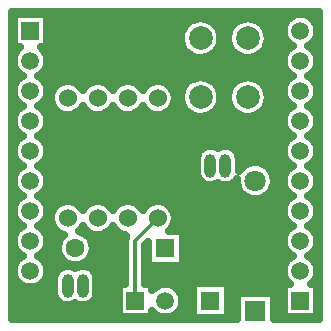
<source format=gbr>
G04 DipTrace 2.4.0.2*
%INBottom.gbr*%
%MOIN*%
%ADD13C,0.013*%
%ADD14C,0.025*%
%ADD15R,0.0591X0.0591*%
%ADD16C,0.0591*%
%ADD17C,0.063*%
%ADD18R,0.063X0.063*%
%ADD19R,0.0709X0.0709*%
%ADD20C,0.0709*%
%ADD22C,0.079*%
%ADD23O,0.0394X0.0787*%
%ADD24C,0.06*%
%ADD25C,0.06*%
%FSLAX44Y44*%
G04*
G70*
G90*
G75*
G01*
%LNBottom*%
%LPD*%
X8440Y4940D2*
D13*
Y6940D1*
X9190Y7690D1*
X10940Y7940D2*
Y6440D1*
X10190Y5690D1*
Y4440D1*
X10065Y4315D1*
X7815D1*
X7190Y4940D1*
Y5440D1*
X5526Y14316D2*
D14*
X10394D1*
X10830D2*
X11956D1*
X12424D2*
X13499D1*
X14381D2*
X14540D1*
X5526Y14068D2*
X10050D1*
X11174D2*
X11624D1*
X12756D2*
X13370D1*
X5526Y13819D2*
X9940D1*
X11283D2*
X11519D1*
X12861D2*
X13366D1*
X5526Y13570D2*
X9936D1*
X11287D2*
X11515D1*
X12865D2*
X13495D1*
X14385D2*
X14540D1*
X4340Y13322D2*
X4507D1*
X5373D2*
X10038D1*
X11190D2*
X11616D1*
X12764D2*
X13507D1*
X14373D2*
X14540D1*
X5510Y13073D2*
X10343D1*
X10881D2*
X11933D1*
X12447D2*
X13370D1*
X5514Y12824D2*
X13366D1*
X4340Y12575D2*
X4491D1*
X5389D2*
X13491D1*
X14389D2*
X14540D1*
X4340Y12327D2*
X4511D1*
X5369D2*
X10327D1*
X10904D2*
X11901D1*
X12479D2*
X13511D1*
X14369D2*
X14540D1*
X5506Y12078D2*
X5753D1*
X6627D2*
X6753D1*
X7627D2*
X7753D1*
X8627D2*
X8753D1*
X9627D2*
X10034D1*
X11194D2*
X11608D1*
X12772D2*
X13374D1*
X5514Y11829D2*
X5618D1*
X9764D2*
X9940D1*
X11291D2*
X11515D1*
X12865D2*
X13366D1*
X4340Y11581D2*
X4483D1*
X5397D2*
X5612D1*
X9768D2*
X9944D1*
X11283D2*
X11519D1*
X12861D2*
X13483D1*
X14397D2*
X14540D1*
X4340Y11332D2*
X4515D1*
X5365D2*
X5729D1*
X6651D2*
X6728D1*
X7651D2*
X7728D1*
X8651D2*
X8728D1*
X9651D2*
X10058D1*
X11174D2*
X11632D1*
X12748D2*
X13515D1*
X14365D2*
X14540D1*
X5506Y11083D2*
X10421D1*
X10807D2*
X11995D1*
X12385D2*
X13374D1*
X5514Y10835D2*
X13366D1*
X4340Y10586D2*
X4479D1*
X5401D2*
X13479D1*
X14401D2*
X14540D1*
X4340Y10337D2*
X4519D1*
X5361D2*
X13519D1*
X14361D2*
X14540D1*
X5506Y10089D2*
X10819D1*
X11059D2*
X11319D1*
X11559D2*
X13374D1*
X5518Y9840D2*
X10499D1*
X11881D2*
X13362D1*
X4340Y9591D2*
X4476D1*
X5404D2*
X10452D1*
X11928D2*
X13476D1*
X14404D2*
X14540D1*
X4340Y9343D2*
X4526D1*
X5354D2*
X10452D1*
X12936D2*
X13526D1*
X14354D2*
X14540D1*
X5502Y9094D2*
X10479D1*
X13065D2*
X13378D1*
X5518Y8845D2*
X10683D1*
X11697D2*
X11804D1*
X13076D2*
X13362D1*
X4340Y8596D2*
X4472D1*
X5408D2*
X11901D1*
X12979D2*
X13472D1*
X14408D2*
X14540D1*
X4340Y8348D2*
X4530D1*
X5350D2*
X12233D1*
X12647D2*
X13530D1*
X14350D2*
X14540D1*
X5502Y8099D2*
X5776D1*
X6604D2*
X6779D1*
X7604D2*
X7779D1*
X8604D2*
X8779D1*
X9604D2*
X13378D1*
X5518Y7850D2*
X5625D1*
X9756D2*
X13362D1*
X4340Y7602D2*
X4468D1*
X5412D2*
X5608D1*
X9772D2*
X13468D1*
X14412D2*
X14540D1*
X4340Y7353D2*
X4538D1*
X5342D2*
X5710D1*
X9670D2*
X13538D1*
X14342D2*
X14540D1*
X5502Y7104D2*
X6011D1*
X6869D2*
X8128D1*
X10045D2*
X13378D1*
X5518Y6856D2*
X5858D1*
X7022D2*
X8085D1*
X10045D2*
X13362D1*
X4340Y6607D2*
X4464D1*
X5416D2*
X5843D1*
X7037D2*
X8085D1*
X10045D2*
X13464D1*
X14416D2*
X14540D1*
X4340Y6358D2*
X4542D1*
X5338D2*
X5940D1*
X6940D2*
X8085D1*
X10045D2*
X13542D1*
X14338D2*
X14540D1*
X5498Y6110D2*
X8085D1*
X8795D2*
X13382D1*
X5518Y5861D2*
X5761D1*
X7119D2*
X8085D1*
X8795D2*
X13362D1*
X4340Y5612D2*
X4460D1*
X5420D2*
X5702D1*
X7178D2*
X8085D1*
X8795D2*
X13460D1*
X14420D2*
X14540D1*
X4340Y5364D2*
X5702D1*
X7178D2*
X7854D1*
X9830D2*
X10335D1*
X11545D2*
X13354D1*
X4340Y5115D2*
X5722D1*
X7158D2*
X7854D1*
X9998D2*
X10335D1*
X11545D2*
X11796D1*
X13084D2*
X13354D1*
X4340Y4866D2*
X5897D1*
X6983D2*
X7854D1*
X10022D2*
X10335D1*
X11545D2*
X11796D1*
X13084D2*
X13354D1*
X4340Y4617D2*
X7854D1*
X9924D2*
X10335D1*
X11545D2*
X11796D1*
X13084D2*
X13354D1*
X4340Y4369D2*
X10335D1*
X11545D2*
X11796D1*
X13084D2*
X14540D1*
X8005Y5500D2*
X8110D1*
Y6940D1*
X8136Y7065D1*
X8126Y7040D1*
X8078Y7136D1*
X7959Y7174D1*
X7852Y7237D1*
X7761Y7323D1*
X7689Y7429D1*
X7635Y7342D1*
X7548Y7253D1*
X7443Y7185D1*
X7326Y7142D1*
X7202Y7125D1*
X7078Y7136D1*
X6959Y7174D1*
X6852Y7237D1*
X6761Y7323D1*
X6689Y7429D1*
X6635Y7342D1*
X6556Y7261D1*
X6698Y7210D1*
X6803Y7142D1*
X6891Y7054D1*
X6959Y6949D1*
X7002Y6833D1*
X7020Y6690D1*
X7007Y6566D1*
X6967Y6448D1*
X6903Y6341D1*
X6817Y6250D1*
X6715Y6179D1*
X6599Y6132D1*
X6476Y6111D1*
X6351Y6117D1*
X6231Y6149D1*
X6120Y6206D1*
X6024Y6286D1*
X5947Y6384D1*
X5893Y6497D1*
X5865Y6618D1*
X5862Y6743D1*
X5887Y6865D1*
X5937Y6979D1*
X6011Y7080D1*
X6072Y7134D1*
X5959Y7174D1*
X5852Y7237D1*
X5761Y7323D1*
X5691Y7426D1*
X5645Y7542D1*
X5626Y7665D1*
X5634Y7789D1*
X5669Y7909D1*
X5730Y8018D1*
X5813Y8111D1*
X5915Y8183D1*
X6030Y8232D1*
X6153Y8254D1*
X6277Y8248D1*
X6398Y8216D1*
X6508Y8157D1*
X6603Y8076D1*
X6688Y7951D1*
X6730Y8018D1*
X6813Y8111D1*
X6915Y8183D1*
X7030Y8232D1*
X7153Y8254D1*
X7277Y8248D1*
X7398Y8216D1*
X7508Y8157D1*
X7603Y8076D1*
X7688Y7951D1*
X7730Y8018D1*
X7813Y8111D1*
X7915Y8183D1*
X8030Y8232D1*
X8153Y8254D1*
X8277Y8248D1*
X8398Y8216D1*
X8508Y8157D1*
X8603Y8076D1*
X8688Y7951D1*
X8730Y8018D1*
X8813Y8111D1*
X8915Y8183D1*
X9030Y8232D1*
X9153Y8254D1*
X9277Y8248D1*
X9398Y8216D1*
X9508Y8157D1*
X9603Y8076D1*
X9677Y7976D1*
X9728Y7862D1*
X9755Y7690D1*
X9741Y7566D1*
X9701Y7448D1*
X9635Y7342D1*
X9567Y7272D1*
X10020Y7270D1*
Y6110D1*
X8860D1*
Y6895D1*
X8769Y6802D1*
X8770Y5499D1*
X9000Y5500D1*
Y5285D1*
X9081Y5370D1*
X9185Y5439D1*
X9301Y5483D1*
X9425Y5500D1*
X9549Y5490D1*
X9668Y5452D1*
X9776Y5389D1*
X9867Y5303D1*
X9936Y5200D1*
X9982Y5084D1*
X10000Y4940D1*
X9986Y4816D1*
X9945Y4698D1*
X9879Y4592D1*
X9792Y4504D1*
X9686Y4437D1*
X9569Y4395D1*
X9445Y4380D1*
X9321Y4393D1*
X9203Y4432D1*
X9096Y4497D1*
X9001Y4594D1*
X9000Y4380D1*
X7880D1*
Y5500D1*
X8005D1*
X10485Y5520D2*
X11520D1*
Y4360D1*
X10360D1*
Y5520D1*
X10485D1*
X11946Y5209D2*
X13059D1*
X13065Y4315D1*
X14565D1*
Y14565D1*
X4315D1*
Y4315D1*
X11819D1*
X11821Y5209D1*
X11946D1*
X13047Y8816D2*
X13010Y8697D1*
X12949Y8587D1*
X12868Y8493D1*
X12770Y8416D1*
X12658Y8360D1*
X12537Y8328D1*
X12413Y8321D1*
X12289Y8339D1*
X12172Y8382D1*
X12066Y8447D1*
X11974Y8532D1*
X11902Y8633D1*
X11851Y8748D1*
X11825Y8869D1*
X11823Y8983D1*
X11758Y8908D1*
X11657Y8835D1*
X11540Y8792D1*
X11415Y8782D1*
X11293Y8805D1*
X11192Y8855D1*
X11040Y8792D1*
X10915Y8782D1*
X10793Y8805D1*
X10681Y8861D1*
X10588Y8944D1*
X10521Y9048D1*
X10484Y9168D1*
X10478Y9243D1*
X10481Y9686D1*
X10511Y9807D1*
X10572Y9915D1*
X10660Y10004D1*
X10768Y10065D1*
X10889Y10096D1*
X11013Y10093D1*
X11133Y10057D1*
X11188Y10021D1*
X11268Y10065D1*
X11389Y10096D1*
X11513Y10093D1*
X11633Y10057D1*
X11738Y9990D1*
X11821Y9897D1*
X11877Y9786D1*
X11902Y9637D1*
Y9246D1*
X11964Y9336D1*
X12053Y9423D1*
X12157Y9491D1*
X12274Y9537D1*
X12397Y9558D1*
X12521Y9554D1*
X12643Y9525D1*
X12756Y9473D1*
X12856Y9399D1*
X12940Y9306D1*
X13003Y9198D1*
X13043Y9080D1*
X13059Y8940D1*
X13047Y8816D1*
X12838Y13566D2*
X12803Y13446D1*
X12746Y13335D1*
X12669Y13236D1*
X12576Y13154D1*
X12468Y13091D1*
X12350Y13050D1*
X12227Y13031D1*
X12102Y13036D1*
X11980Y13064D1*
X11866Y13115D1*
X11764Y13186D1*
X11677Y13275D1*
X11608Y13379D1*
X11560Y13495D1*
X11534Y13617D1*
X11532Y13741D1*
X11553Y13864D1*
X11598Y13981D1*
X11663Y14087D1*
X11747Y14180D1*
X11847Y14254D1*
X11960Y14309D1*
X12080Y14341D1*
X12205Y14350D1*
X12329Y14335D1*
X12448Y14298D1*
X12558Y14238D1*
X12654Y14159D1*
X12734Y14063D1*
X12795Y13954D1*
X12834Y13836D1*
X12850Y13690D1*
X12838Y13566D1*
Y11597D2*
X12803Y11477D1*
X12746Y11366D1*
X12669Y11268D1*
X12576Y11186D1*
X12468Y11123D1*
X12350Y11081D1*
X12227Y11063D1*
X12102Y11067D1*
X11980Y11096D1*
X11866Y11146D1*
X11764Y11218D1*
X11677Y11307D1*
X11608Y11411D1*
X11560Y11526D1*
X11534Y11648D1*
X11532Y11773D1*
X11553Y11896D1*
X11598Y12013D1*
X11663Y12119D1*
X11747Y12211D1*
X11847Y12286D1*
X11960Y12340D1*
X12080Y12372D1*
X12205Y12381D1*
X12329Y12367D1*
X12448Y12329D1*
X12558Y12270D1*
X12654Y12191D1*
X12734Y12095D1*
X12795Y11986D1*
X12834Y11867D1*
X12850Y11721D1*
X12838Y11597D1*
X11263D2*
X11228Y11477D1*
X11171Y11366D1*
X11095Y11268D1*
X11001Y11186D1*
X10893Y11123D1*
X10775Y11081D1*
X10652Y11063D1*
X10527Y11067D1*
X10406Y11096D1*
X10292Y11146D1*
X10189Y11218D1*
X10102Y11307D1*
X10033Y11411D1*
X9985Y11526D1*
X9959Y11648D1*
X9957Y11773D1*
X9979Y11896D1*
X10023Y12013D1*
X10088Y12119D1*
X10173Y12211D1*
X10273Y12286D1*
X10385Y12340D1*
X10506Y12372D1*
X10630Y12381D1*
X10754Y12367D1*
X10873Y12329D1*
X10983Y12270D1*
X11079Y12191D1*
X11159Y12095D1*
X11220Y11986D1*
X11259Y11867D1*
X11275Y11721D1*
X11263Y11597D1*
X11261Y13561D2*
X11226Y13442D1*
X11169Y13331D1*
X11092Y13232D1*
X10998Y13150D1*
X10890Y13087D1*
X10773Y13045D1*
X10649Y13027D1*
X10525Y13032D1*
X10403Y13060D1*
X10289Y13111D1*
X10186Y13182D1*
X10099Y13271D1*
X10030Y13375D1*
X9982Y13490D1*
X9957Y13612D1*
X9955Y13737D1*
X9976Y13860D1*
X10020Y13977D1*
X10086Y14083D1*
X10170Y14175D1*
X10270Y14250D1*
X10382Y14304D1*
X10503Y14337D1*
X10627Y14346D1*
X10751Y14331D1*
X10870Y14293D1*
X10980Y14234D1*
X11077Y14155D1*
X11157Y14059D1*
X11217Y13950D1*
X11256Y13831D1*
X11273Y13686D1*
X11261Y13561D1*
X9741Y11566D2*
X9701Y11448D1*
X9635Y11342D1*
X9548Y11253D1*
X9443Y11185D1*
X9326Y11142D1*
X9202Y11125D1*
X9078Y11136D1*
X8959Y11174D1*
X8852Y11237D1*
X8761Y11323D1*
X8689Y11429D1*
X8635Y11342D1*
X8548Y11253D1*
X8443Y11185D1*
X8326Y11142D1*
X8202Y11125D1*
X8078Y11136D1*
X7959Y11174D1*
X7852Y11237D1*
X7761Y11323D1*
X7689Y11429D1*
X7635Y11342D1*
X7548Y11253D1*
X7443Y11185D1*
X7326Y11142D1*
X7202Y11125D1*
X7078Y11136D1*
X6959Y11174D1*
X6852Y11237D1*
X6761Y11323D1*
X6689Y11429D1*
X6635Y11342D1*
X6548Y11253D1*
X6443Y11185D1*
X6326Y11142D1*
X6202Y11125D1*
X6078Y11136D1*
X5959Y11174D1*
X5852Y11237D1*
X5761Y11323D1*
X5691Y11426D1*
X5645Y11542D1*
X5626Y11665D1*
X5634Y11789D1*
X5669Y11909D1*
X5730Y12018D1*
X5813Y12111D1*
X5915Y12183D1*
X6030Y12232D1*
X6153Y12254D1*
X6277Y12248D1*
X6398Y12216D1*
X6508Y12157D1*
X6603Y12076D1*
X6688Y11951D1*
X6730Y12018D1*
X6813Y12111D1*
X6915Y12183D1*
X7030Y12232D1*
X7153Y12254D1*
X7277Y12248D1*
X7398Y12216D1*
X7508Y12157D1*
X7603Y12076D1*
X7688Y11951D1*
X7730Y12018D1*
X7813Y12111D1*
X7915Y12183D1*
X8030Y12232D1*
X8153Y12254D1*
X8277Y12248D1*
X8398Y12216D1*
X8508Y12157D1*
X8603Y12076D1*
X8688Y11951D1*
X8730Y12018D1*
X8813Y12111D1*
X8915Y12183D1*
X9030Y12232D1*
X9153Y12254D1*
X9277Y12248D1*
X9398Y12216D1*
X9508Y12157D1*
X9603Y12076D1*
X9677Y11976D1*
X9728Y11862D1*
X9755Y11690D1*
X9741Y11566D1*
X6440Y6021D2*
X6518Y6065D1*
X6639Y6096D1*
X6763Y6093D1*
X6883Y6057D1*
X6988Y5990D1*
X7071Y5897D1*
X7127Y5786D1*
X7152Y5637D1*
X7148Y5243D1*
X7135Y5120D1*
X7086Y5005D1*
X7008Y4908D1*
X6907Y4835D1*
X6790Y4792D1*
X6665Y4782D1*
X6543Y4805D1*
X6442Y4855D1*
X6290Y4792D1*
X6165Y4782D1*
X6043Y4805D1*
X5931Y4861D1*
X5838Y4944D1*
X5771Y5048D1*
X5734Y5168D1*
X5728Y5243D1*
X5731Y5686D1*
X5761Y5807D1*
X5822Y5915D1*
X5910Y6004D1*
X6018Y6065D1*
X6139Y6096D1*
X6263Y6093D1*
X6383Y6057D1*
X6438Y6021D1*
X4505Y14500D2*
X5500D1*
Y13380D1*
X5285D1*
X5367Y13303D1*
X5436Y13200D1*
X5482Y13084D1*
X5500Y12940D1*
X5486Y12816D1*
X5445Y12698D1*
X5379Y12592D1*
X5292Y12504D1*
X5190Y12439D1*
X5276Y12389D1*
X5367Y12303D1*
X5436Y12200D1*
X5482Y12084D1*
X5500Y11940D1*
X5486Y11816D1*
X5445Y11698D1*
X5379Y11592D1*
X5292Y11504D1*
X5190Y11439D1*
X5276Y11389D1*
X5367Y11303D1*
X5436Y11200D1*
X5482Y11084D1*
X5500Y10940D1*
X5486Y10816D1*
X5445Y10698D1*
X5379Y10592D1*
X5292Y10504D1*
X5190Y10439D1*
X5276Y10389D1*
X5367Y10303D1*
X5436Y10200D1*
X5482Y10084D1*
X5500Y9940D1*
X5486Y9816D1*
X5445Y9698D1*
X5379Y9592D1*
X5292Y9504D1*
X5190Y9439D1*
X5276Y9389D1*
X5367Y9303D1*
X5436Y9200D1*
X5482Y9084D1*
X5500Y8940D1*
X5486Y8816D1*
X5445Y8698D1*
X5379Y8592D1*
X5292Y8504D1*
X5190Y8439D1*
X5276Y8389D1*
X5367Y8303D1*
X5436Y8200D1*
X5482Y8084D1*
X5500Y7940D1*
X5486Y7816D1*
X5445Y7698D1*
X5379Y7592D1*
X5292Y7504D1*
X5190Y7439D1*
X5276Y7389D1*
X5367Y7303D1*
X5436Y7200D1*
X5482Y7084D1*
X5500Y6940D1*
X5486Y6816D1*
X5445Y6698D1*
X5379Y6592D1*
X5292Y6504D1*
X5190Y6439D1*
X5276Y6389D1*
X5367Y6303D1*
X5436Y6200D1*
X5482Y6084D1*
X5500Y5940D1*
X5486Y5816D1*
X5445Y5698D1*
X5379Y5592D1*
X5292Y5504D1*
X5186Y5437D1*
X5069Y5395D1*
X4945Y5380D1*
X4821Y5393D1*
X4703Y5432D1*
X4596Y5497D1*
X4507Y5584D1*
X4439Y5689D1*
X4396Y5806D1*
X4380Y5930D1*
X4391Y6054D1*
X4430Y6173D1*
X4494Y6280D1*
X4581Y6370D1*
X4688Y6440D1*
X4596Y6497D1*
X4507Y6584D1*
X4439Y6689D1*
X4396Y6806D1*
X4380Y6930D1*
X4391Y7054D1*
X4430Y7173D1*
X4494Y7280D1*
X4581Y7370D1*
X4688Y7440D1*
X4596Y7497D1*
X4507Y7584D1*
X4439Y7689D1*
X4396Y7806D1*
X4380Y7930D1*
X4391Y8054D1*
X4430Y8173D1*
X4494Y8280D1*
X4581Y8370D1*
X4688Y8440D1*
X4596Y8497D1*
X4507Y8584D1*
X4439Y8689D1*
X4396Y8806D1*
X4380Y8930D1*
X4391Y9054D1*
X4430Y9173D1*
X4494Y9280D1*
X4581Y9370D1*
X4688Y9440D1*
X4596Y9497D1*
X4507Y9584D1*
X4439Y9689D1*
X4396Y9806D1*
X4380Y9930D1*
X4391Y10054D1*
X4430Y10173D1*
X4494Y10280D1*
X4581Y10370D1*
X4688Y10440D1*
X4596Y10497D1*
X4507Y10584D1*
X4439Y10689D1*
X4396Y10806D1*
X4380Y10930D1*
X4391Y11054D1*
X4430Y11173D1*
X4494Y11280D1*
X4581Y11370D1*
X4688Y11440D1*
X4596Y11497D1*
X4507Y11584D1*
X4439Y11689D1*
X4396Y11806D1*
X4380Y11930D1*
X4391Y12054D1*
X4430Y12173D1*
X4494Y12280D1*
X4581Y12370D1*
X4688Y12440D1*
X4596Y12497D1*
X4507Y12584D1*
X4439Y12689D1*
X4396Y12806D1*
X4380Y12930D1*
X4391Y13054D1*
X4430Y13173D1*
X4494Y13280D1*
X4597Y13381D1*
X4380Y13380D1*
Y14500D1*
X4505D1*
X13505Y5500D2*
X13595D1*
X13507Y5584D1*
X13439Y5689D1*
X13396Y5806D1*
X13380Y5930D1*
X13391Y6054D1*
X13430Y6173D1*
X13494Y6280D1*
X13581Y6370D1*
X13688Y6440D1*
X13596Y6497D1*
X13507Y6584D1*
X13439Y6689D1*
X13396Y6806D1*
X13380Y6930D1*
X13391Y7054D1*
X13430Y7173D1*
X13494Y7280D1*
X13581Y7370D1*
X13688Y7440D1*
X13596Y7497D1*
X13507Y7584D1*
X13439Y7689D1*
X13396Y7806D1*
X13380Y7930D1*
X13391Y8054D1*
X13430Y8173D1*
X13494Y8280D1*
X13581Y8370D1*
X13688Y8440D1*
X13596Y8497D1*
X13507Y8584D1*
X13439Y8689D1*
X13396Y8806D1*
X13380Y8930D1*
X13391Y9054D1*
X13430Y9173D1*
X13494Y9280D1*
X13581Y9370D1*
X13688Y9440D1*
X13596Y9497D1*
X13507Y9584D1*
X13439Y9689D1*
X13396Y9806D1*
X13380Y9930D1*
X13391Y10054D1*
X13430Y10173D1*
X13494Y10280D1*
X13581Y10370D1*
X13688Y10440D1*
X13596Y10497D1*
X13507Y10584D1*
X13439Y10689D1*
X13396Y10806D1*
X13380Y10930D1*
X13391Y11054D1*
X13430Y11173D1*
X13494Y11280D1*
X13581Y11370D1*
X13688Y11440D1*
X13596Y11497D1*
X13507Y11584D1*
X13439Y11689D1*
X13396Y11806D1*
X13380Y11930D1*
X13391Y12054D1*
X13430Y12173D1*
X13494Y12280D1*
X13581Y12370D1*
X13688Y12440D1*
X13596Y12497D1*
X13507Y12584D1*
X13439Y12689D1*
X13396Y12806D1*
X13380Y12930D1*
X13391Y13054D1*
X13430Y13173D1*
X13494Y13280D1*
X13581Y13370D1*
X13688Y13440D1*
X13596Y13497D1*
X13507Y13584D1*
X13439Y13689D1*
X13396Y13806D1*
X13380Y13930D1*
X13391Y14054D1*
X13430Y14173D1*
X13494Y14280D1*
X13581Y14370D1*
X13685Y14439D1*
X13801Y14483D1*
X13925Y14500D1*
X14049Y14490D1*
X14168Y14452D1*
X14276Y14389D1*
X14367Y14303D1*
X14436Y14200D1*
X14482Y14084D1*
X14500Y13940D1*
X14486Y13816D1*
X14445Y13698D1*
X14379Y13592D1*
X14292Y13504D1*
X14190Y13439D1*
X14276Y13389D1*
X14367Y13303D1*
X14436Y13200D1*
X14482Y13084D1*
X14500Y12940D1*
X14486Y12816D1*
X14445Y12698D1*
X14379Y12592D1*
X14292Y12504D1*
X14190Y12439D1*
X14276Y12389D1*
X14367Y12303D1*
X14436Y12200D1*
X14482Y12084D1*
X14500Y11940D1*
X14486Y11816D1*
X14445Y11698D1*
X14379Y11592D1*
X14292Y11504D1*
X14190Y11439D1*
X14276Y11389D1*
X14367Y11303D1*
X14436Y11200D1*
X14482Y11084D1*
X14500Y10940D1*
X14486Y10816D1*
X14445Y10698D1*
X14379Y10592D1*
X14292Y10504D1*
X14190Y10439D1*
X14276Y10389D1*
X14367Y10303D1*
X14436Y10200D1*
X14482Y10084D1*
X14500Y9940D1*
X14486Y9816D1*
X14445Y9698D1*
X14379Y9592D1*
X14292Y9504D1*
X14190Y9439D1*
X14276Y9389D1*
X14367Y9303D1*
X14436Y9200D1*
X14482Y9084D1*
X14500Y8940D1*
X14486Y8816D1*
X14445Y8698D1*
X14379Y8592D1*
X14292Y8504D1*
X14190Y8439D1*
X14276Y8389D1*
X14367Y8303D1*
X14436Y8200D1*
X14482Y8084D1*
X14500Y7940D1*
X14486Y7816D1*
X14445Y7698D1*
X14379Y7592D1*
X14292Y7504D1*
X14190Y7439D1*
X14276Y7389D1*
X14367Y7303D1*
X14436Y7200D1*
X14482Y7084D1*
X14500Y6940D1*
X14486Y6816D1*
X14445Y6698D1*
X14379Y6592D1*
X14292Y6504D1*
X14190Y6439D1*
X14276Y6389D1*
X14367Y6303D1*
X14436Y6200D1*
X14482Y6084D1*
X14500Y5940D1*
X14486Y5816D1*
X14445Y5698D1*
X14379Y5592D1*
X14288Y5502D1*
X14500Y5500D1*
Y4380D1*
X13380D1*
Y5500D1*
X13505D1*
D15*
X8440Y4940D3*
D16*
X9440D3*
D17*
X10940Y7940D3*
D18*
Y4940D3*
D19*
X12440Y4590D3*
D20*
Y8940D3*
D22*
X12190Y13690D3*
Y11721D3*
X10615D3*
X10613Y13686D3*
G36*
X10243Y9145D2*
X10342Y9046D1*
X10538D1*
X10637Y9145D1*
Y9735D1*
X10538Y9834D1*
X10342D1*
X10243Y9735D1*
Y9145D1*
G37*
D23*
X10940Y9440D3*
X11440D3*
D24*
X9190Y7690D3*
D25*
Y11690D3*
D17*
X6440Y6690D3*
D18*
X9440D3*
G36*
X7387Y5735D2*
X7288Y5834D1*
X7092D1*
X6993Y5735D1*
Y5145D1*
X7092Y5046D1*
X7288D1*
X7387Y5145D1*
Y5735D1*
G37*
D23*
X6690Y5440D3*
X6190D3*
D24*
X8190Y7690D3*
D25*
Y11690D3*
D24*
X7190D3*
D25*
Y7690D3*
D24*
X6190Y11690D3*
D25*
Y7690D3*
D15*
X4940Y13940D3*
D16*
Y12940D3*
Y11940D3*
Y10940D3*
Y9940D3*
Y8940D3*
Y7940D3*
Y6940D3*
Y5940D3*
Y4940D3*
D15*
X13940D3*
D16*
Y5940D3*
Y6940D3*
Y7940D3*
Y8940D3*
Y9940D3*
Y10940D3*
Y11940D3*
Y12940D3*
Y13940D3*
M02*

</source>
